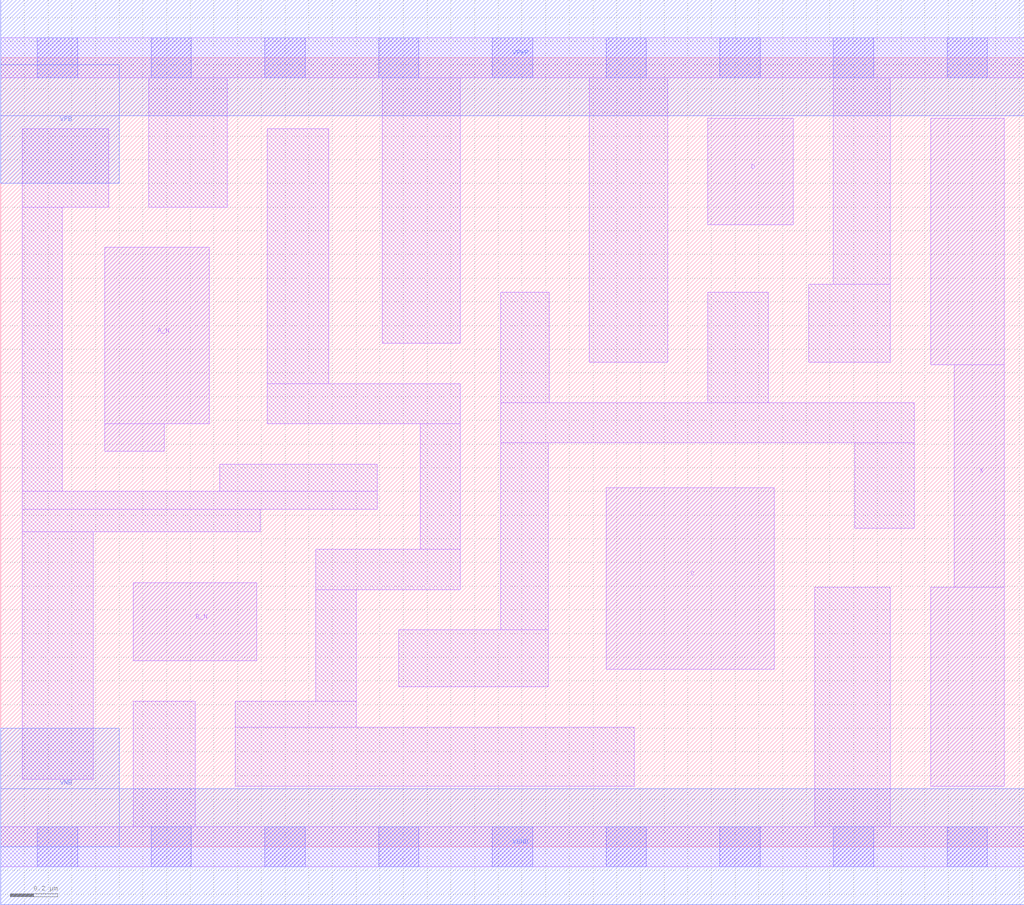
<source format=lef>
# Copyright 2020 The SkyWater PDK Authors
#
# Licensed under the Apache License, Version 2.0 (the "License");
# you may not use this file except in compliance with the License.
# You may obtain a copy of the License at
#
#     https://www.apache.org/licenses/LICENSE-2.0
#
# Unless required by applicable law or agreed to in writing, software
# distributed under the License is distributed on an "AS IS" BASIS,
# WITHOUT WARRANTIES OR CONDITIONS OF ANY KIND, either express or implied.
# See the License for the specific language governing permissions and
# limitations under the License.
#
# SPDX-License-Identifier: Apache-2.0

VERSION 5.5 ;
NAMESCASESENSITIVE ON ;
BUSBITCHARS "[]" ;
DIVIDERCHAR "/" ;
MACRO sky130_fd_sc_lp__and4bb_1
  CLASS CORE ;
  SOURCE USER ;
  ORIGIN  0.000000  0.000000 ;
  SIZE  4.320000 BY  3.330000 ;
  SYMMETRY X Y R90 ;
  SITE unit ;
  PIN A_N
    ANTENNAGATEAREA  0.126000 ;
    DIRECTION INPUT ;
    USE SIGNAL ;
    PORT
      LAYER li1 ;
        RECT 0.440000 1.670000 0.690000 1.785000 ;
        RECT 0.440000 1.785000 0.880000 2.530000 ;
    END
  END A_N
  PIN B_N
    ANTENNAGATEAREA  0.126000 ;
    DIRECTION INPUT ;
    USE SIGNAL ;
    PORT
      LAYER li1 ;
        RECT 0.560000 0.785000 1.080000 1.115000 ;
    END
  END B_N
  PIN C
    ANTENNAGATEAREA  0.126000 ;
    DIRECTION INPUT ;
    USE SIGNAL ;
    PORT
      LAYER li1 ;
        RECT 2.555000 0.750000 3.265000 1.515000 ;
    END
  END C
  PIN D
    ANTENNAGATEAREA  0.126000 ;
    DIRECTION INPUT ;
    USE SIGNAL ;
    PORT
      LAYER li1 ;
        RECT 2.985000 2.625000 3.345000 3.075000 ;
    END
  END D
  PIN X
    ANTENNADIFFAREA  0.556500 ;
    DIRECTION OUTPUT ;
    USE SIGNAL ;
    PORT
      LAYER li1 ;
        RECT 3.925000 0.255000 4.235000 1.095000 ;
        RECT 3.925000 2.035000 4.235000 3.075000 ;
        RECT 4.025000 1.095000 4.235000 2.035000 ;
    END
  END X
  PIN VGND
    DIRECTION INOUT ;
    USE GROUND ;
    PORT
      LAYER met1 ;
        RECT 0.000000 -0.245000 4.320000 0.245000 ;
    END
  END VGND
  PIN VNB
    DIRECTION INOUT ;
    USE GROUND ;
    PORT
      LAYER met1 ;
        RECT 0.000000 0.000000 0.500000 0.500000 ;
    END
  END VNB
  PIN VPB
    DIRECTION INOUT ;
    USE POWER ;
    PORT
      LAYER met1 ;
        RECT 0.000000 2.800000 0.500000 3.300000 ;
    END
  END VPB
  PIN VPWR
    DIRECTION INOUT ;
    USE POWER ;
    PORT
      LAYER met1 ;
        RECT 0.000000 3.085000 4.320000 3.575000 ;
    END
  END VPWR
  OBS
    LAYER li1 ;
      RECT 0.000000 -0.085000 4.320000 0.085000 ;
      RECT 0.000000  3.245000 4.320000 3.415000 ;
      RECT 0.090000  0.285000 0.390000 1.330000 ;
      RECT 0.090000  1.330000 1.095000 1.425000 ;
      RECT 0.090000  1.425000 1.590000 1.500000 ;
      RECT 0.090000  1.500000 0.260000 2.700000 ;
      RECT 0.090000  2.700000 0.455000 3.030000 ;
      RECT 0.560000  0.085000 0.820000 0.615000 ;
      RECT 0.625000  2.700000 0.955000 3.245000 ;
      RECT 0.925000  1.500000 1.590000 1.615000 ;
      RECT 0.990000  0.255000 2.675000 0.505000 ;
      RECT 0.990000  0.505000 1.500000 0.615000 ;
      RECT 1.125000  1.785000 1.940000 1.955000 ;
      RECT 1.125000  1.955000 1.385000 3.030000 ;
      RECT 1.330000  0.615000 1.500000 1.085000 ;
      RECT 1.330000  1.085000 1.940000 1.255000 ;
      RECT 1.610000  2.125000 1.940000 3.245000 ;
      RECT 1.680000  0.675000 2.310000 0.915000 ;
      RECT 1.770000  1.255000 1.940000 1.785000 ;
      RECT 2.110000  0.915000 2.310000 1.705000 ;
      RECT 2.110000  1.705000 3.855000 1.875000 ;
      RECT 2.110000  1.875000 2.315000 2.340000 ;
      RECT 2.485000  2.045000 2.815000 3.245000 ;
      RECT 2.985000  1.875000 3.240000 2.340000 ;
      RECT 3.410000  2.045000 3.755000 2.375000 ;
      RECT 3.435000  0.085000 3.755000 1.095000 ;
      RECT 3.515000  2.375000 3.755000 3.245000 ;
      RECT 3.605000  1.345000 3.855000 1.705000 ;
    LAYER mcon ;
      RECT 0.155000 -0.085000 0.325000 0.085000 ;
      RECT 0.155000  3.245000 0.325000 3.415000 ;
      RECT 0.635000 -0.085000 0.805000 0.085000 ;
      RECT 0.635000  3.245000 0.805000 3.415000 ;
      RECT 1.115000 -0.085000 1.285000 0.085000 ;
      RECT 1.115000  3.245000 1.285000 3.415000 ;
      RECT 1.595000 -0.085000 1.765000 0.085000 ;
      RECT 1.595000  3.245000 1.765000 3.415000 ;
      RECT 2.075000 -0.085000 2.245000 0.085000 ;
      RECT 2.075000  3.245000 2.245000 3.415000 ;
      RECT 2.555000 -0.085000 2.725000 0.085000 ;
      RECT 2.555000  3.245000 2.725000 3.415000 ;
      RECT 3.035000 -0.085000 3.205000 0.085000 ;
      RECT 3.035000  3.245000 3.205000 3.415000 ;
      RECT 3.515000 -0.085000 3.685000 0.085000 ;
      RECT 3.515000  3.245000 3.685000 3.415000 ;
      RECT 3.995000 -0.085000 4.165000 0.085000 ;
      RECT 3.995000  3.245000 4.165000 3.415000 ;
  END
END sky130_fd_sc_lp__and4bb_1

</source>
